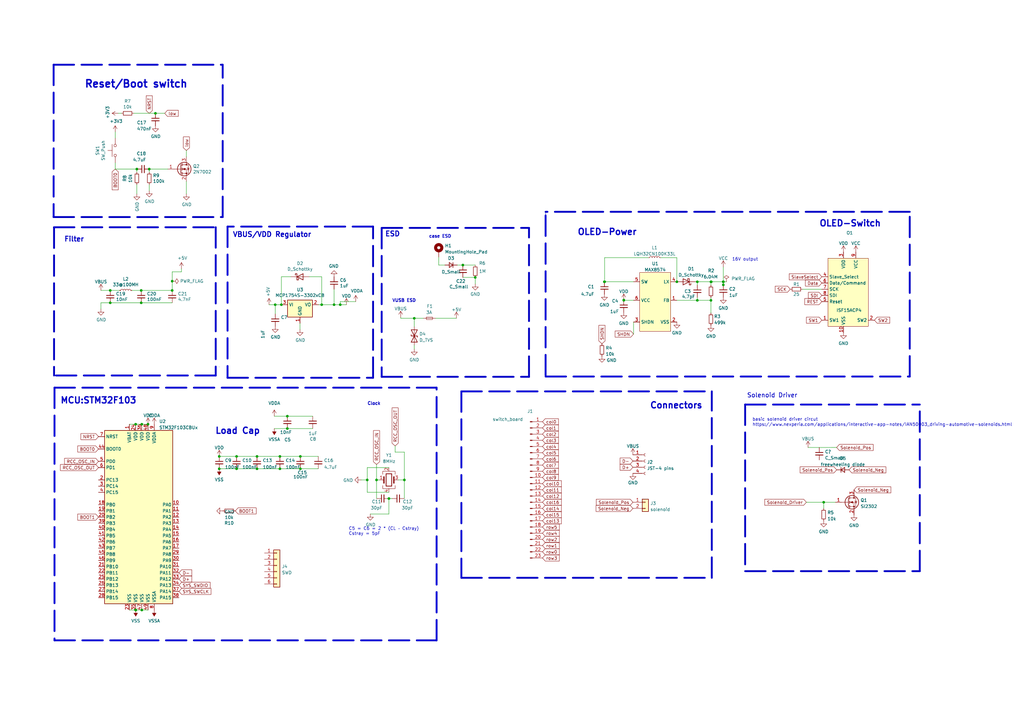
<source format=kicad_sch>
(kicad_sch (version 20211123) (generator eeschema)
  (paper "A3")
  (junction (at 70.612 119.126))
  (junction (at 112.8831 124.9652))
  (junction (at 115.4231 124.9652))
  (junction (at 296.672 115.57))
  (junction (at 255.8429 123.0848))
  (junction (at 63.754 46.482))
  (junction (at 58.166 173.99))
  (junction (at 169.915 130.5532))
  (junction (at 61.214 69.342))
  (junction (at 89.916 192.278))
  (junction (at 189.8451 108.7092))
  (junction (at 247.904 115.57))
  (junction (at 45.212 124.206))
  (junction (at 55.626 173.99))
  (junction (at 165.862 196.85))
  (junction (at 117.856 175.768))
  (junction (at 114.808 187.198))
  (junction (at 154.432 196.85))
  (junction (at 105.41 187.198))
  (junction (at 194.9251 113.7892))
  (junction (at 296.672 116.84))
  (junction (at 60.706 173.99))
  (junction (at 291.726 115.57))
  (junction (at 247.9635 115.57))
  (junction (at 70.612 115.316))
  (junction (at 56.134 69.342))
  (junction (at 131.9331 124.9652))
  (junction (at 150.622 196.85))
  (junction (at 123.19 192.278))
  (junction (at 296.6677 115.57))
  (junction (at 159.512 204.47))
  (junction (at 97.028 192.278))
  (junction (at 291.592 115.57))
  (junction (at 105.41 192.278))
  (junction (at 277.622 115.57))
  (junction (at 114.808 192.278))
  (junction (at 45.212 119.126))
  (junction (at 137.0131 124.9652))
  (junction (at 55.6654 250.19))
  (junction (at 97.028 187.198))
  (junction (at 89.916 187.198))
  (junction (at 117.856 170.688))
  (junction (at 139.5531 124.9652))
  (junction (at 55.626 250.19))
  (junction (at 286.0121 115.57))
  (junction (at 286.0121 123.19))
  (junction (at 337.8235 205.994))
  (junction (at 57.912 119.126))
  (junction (at 123.19 187.198))
  (junction (at 58.166 250.19))
  (junction (at 291.592 123.19))
  (junction (at 57.912 124.206))
  (junction (at 255.8429 123.1232))
  (polyline (pts (xy 22.352 159.004) (xy 179.07 159.004)) (stroke (width 0.762) (type dash)))
  (polyline (pts (xy 22.1279 93.2081) (xy 88.4786 93.2081)) (stroke (width 0.762) (type dash)))
  (polyline (pts (xy 88.4786 154.0046) (xy 22.1696 154.0046)) (stroke (width 0.762) (type dash)))
  (wire (pts (xy 61.214 75.692) (xy 61.214 78.232)))
  (wire (pts (xy 128.27 175.768) (xy 117.856 175.768)))
  (polyline (pts (xy 373.126 154.432) (xy 373.126 86.868)) (stroke (width 0.762)))
  (wire (pts (xy 114.808 187.198) (xy 123.19 187.198)))
  (wire (pts (xy 119.2331 113.5352) (xy 115.4231 113.5352)))
  (wire (pts (xy 76.454 74.422) (xy 76.454 79.502)))
  (polyline (pts (xy 21.9938 89.0297) (xy 91.3358 89.0297)) (stroke (width 0.762)))
  (wire (pts (xy 70.612 124.206) (xy 57.912 124.206)))
  (wire (pts (xy 70.612 115.316) (xy 70.612 111.506)))
  (wire (pts (xy 165.862 196.85) (xy 165.862 204.47)))
  (wire (pts (xy 285.242 115.57) (xy 286.0121 115.57)))
  (wire (pts (xy 89.916 187.198) (xy 97.028 187.198)))
  (wire (pts (xy 105.41 192.278) (xy 97.028 192.278)))
  (polyline (pts (xy 156.5463 154.5464) (xy 216.969 154.5464)) (stroke (width 0.762)))
  (wire (pts (xy 61.214 69.342) (xy 61.214 70.612)))
  (wire (pts (xy 337.8235 205.994) (xy 337.8235 208.534)))
  (polyline (pts (xy 153.0151 92.9388) (xy 93.324 92.9388)) (stroke (width 0.762)))
  (wire (pts (xy 63.754 46.482) (xy 67.564 46.482)))
  (wire (pts (xy 165.862 185.42) (xy 165.862 196.85)))
  (wire (pts (xy 291.726 115.57) (xy 291.592 115.57)))
  (wire (pts (xy 74.422 111.506) (xy 74.422 110.236)))
  (polyline (pts (xy 377.2459 234.2595) (xy 377.2459 165.9335)) (stroke (width 0.762)))
  (polyline (pts (xy 305.6179 165.9335) (xy 305.6179 234.2595)) (stroke (width 0.762)))
  (wire (pts (xy 291.592 123.19) (xy 291.592 128.3674)))
  (wire (pts (xy 189.8451 108.7092) (xy 194.9251 108.7092)))
  (wire (pts (xy 277.622 105.664) (xy 271.018 105.664)))
  (wire (pts (xy 296.6677 115.57) (xy 296.672 115.57)))
  (wire (pts (xy 53.086 173.99) (xy 55.626 173.99)))
  (wire (pts (xy 48.514 46.482) (xy 49.784 46.482)))
  (polyline (pts (xy 189.23 160.528) (xy 291.9376 160.528)) (stroke (width 0.762)))
  (wire (pts (xy 296.6754 109.5144) (xy 296.672 115.57)))
  (wire (pts (xy 114.808 192.278) (xy 123.19 192.278)))
  (wire (pts (xy 76.454 61.722) (xy 76.454 64.262)))
  (wire (pts (xy 259.842 132.08) (xy 259.842 137.0156)))
  (wire (pts (xy 259.842 123.19) (xy 255.8429 123.19)))
  (wire (pts (xy 162.052 185.42) (xy 162.052 182.88)))
  (wire (pts (xy 194.9251 113.7892) (xy 194.9251 116.4329)))
  (polyline (pts (xy 22.352 262.636) (xy 179.07 262.636)) (stroke (width 0.762) (type dash)))
  (wire (pts (xy 296.672 115.57) (xy 297.942 115.57)))
  (polyline (pts (xy 89.969 150.4824) (xy 89.969 150.5001)))
  (polyline (pts (xy 305.6179 165.9335) (xy 377.2459 165.9335)) (stroke (width 0.762)))
  (wire (pts (xy 139.5531 124.9652) (xy 142.0931 124.9652)))
  (wire (pts (xy 61.214 69.342) (xy 68.834 69.342)))
  (wire (pts (xy 45.212 119.126) (xy 49.022 119.126)))
  (wire (pts (xy 178.6691 130.5532) (xy 187.2058 130.5532)))
  (polyline (pts (xy 22.352 159.004) (xy 22.352 262.636)) (stroke (width 0.762) (type dash)))
  (wire (pts (xy 114.808 192.278) (xy 105.41 192.278)))
  (wire (pts (xy 179.9391 105.4072) (xy 179.9391 108.7092)))
  (wire (pts (xy 277.622 105.664) (xy 277.622 115.57)))
  (wire (pts (xy 169.915 130.5532) (xy 164.327 130.5532)))
  (wire (pts (xy 53.086 250.19) (xy 55.626 250.19)))
  (wire (pts (xy 54.864 46.482) (xy 63.754 46.482)))
  (wire (pts (xy 56.134 69.342) (xy 56.134 70.612)))
  (wire (pts (xy 131.9331 113.5352) (xy 126.8531 113.5352)))
  (wire (pts (xy 145.9031 123.6952) (xy 139.5531 123.6952)))
  (wire (pts (xy 255.8429 123.1232) (xy 255.8429 123.0848)))
  (wire (pts (xy 155.702 196.85) (xy 154.432 196.85)))
  (wire (pts (xy 255.8429 123.19) (xy 255.8429 123.1232)))
  (wire (pts (xy 117.856 170.688) (xy 112.5134 170.688)))
  (wire (pts (xy 47.244 66.802) (xy 47.244 69.342)))
  (wire (pts (xy 247.9635 115.57) (xy 247.9635 105.664)))
  (wire (pts (xy 117.856 170.688) (xy 128.27 170.688)))
  (wire (pts (xy 150.622 196.85) (xy 148.082 196.85)))
  (wire (pts (xy 123.0431 132.5852) (xy 123.0431 135.1252)))
  (polyline (pts (xy 291.9376 236.982) (xy 291.9376 160.528)) (stroke (width 0.762)))
  (wire (pts (xy 331.4129 183.5349) (xy 343.154 183.5256)))
  (polyline (pts (xy 223.774 88.392) (xy 223.774 154.432)) (stroke (width 0.762)))
  (wire (pts (xy 277.622 123.19) (xy 286.0121 123.19)))
  (wire (pts (xy 117.856 175.768) (xy 112.5134 175.768)))
  (polyline (pts (xy 189.23 236.982) (xy 291.9376 236.982)) (stroke (width 0.762)))
  (wire (pts (xy 137.0131 124.9652) (xy 131.9331 124.9652)))
  (wire (pts (xy 123.19 192.278) (xy 130.556 192.278)))
  (wire (pts (xy 137.0131 124.9652) (xy 139.5531 124.9652)))
  (wire (pts (xy 247.9635 105.664) (xy 265.938 105.664)))
  (wire (pts (xy 165.862 185.42) (xy 162.052 185.42)))
  (wire (pts (xy 58.166 250.19) (xy 60.706 250.19)))
  (wire (pts (xy 189.8451 113.7892) (xy 194.9251 113.7892)))
  (wire (pts (xy 150.622 196.85) (xy 150.622 201.93)))
  (wire (pts (xy 164.327 130.5532) (xy 164.327 130.1726)))
  (wire (pts (xy 45.212 124.206) (xy 41.402 124.206)))
  (wire (pts (xy 296.6677 116.84) (xy 296.672 116.84)))
  (polyline (pts (xy 153.0151 154.9372) (xy 153.0151 92.9388)) (stroke (width 0.762)))
  (wire (pts (xy 291.592 122.033) (xy 291.592 123.19)))
  (polyline (pts (xy 91.3358 89.0297) (xy 91.3358 26.5457)) (stroke (width 0.762)))
  (wire (pts (xy 329.184 118.618) (xy 337.058 118.618)))
  (wire (pts (xy 247.904 115.57) (xy 247.9635 115.57)))
  (wire (pts (xy 70.612 119.126) (xy 70.612 115.316)))
  (wire (pts (xy 154.432 196.85) (xy 154.432 190.5)))
  (wire (pts (xy 57.912 119.126) (xy 70.612 119.126)))
  (wire (pts (xy 286.0121 115.57) (xy 291.592 115.57)))
  (wire (pts (xy 187.5591 108.7092) (xy 189.8451 108.7092)))
  (polyline (pts (xy 156.5711 93.4692) (xy 216.969 93.4692)) (stroke (width 0.762)))
  (wire (pts (xy 47.244 69.342) (xy 56.134 69.342)))
  (wire (pts (xy 139.5531 123.6952) (xy 139.5531 124.9652)))
  (polyline (pts (xy 93.3251 154.9372) (xy 153.0151 154.9372)) (stroke (width 0.762)))
  (wire (pts (xy 55.626 250.19) (xy 55.6654 250.19)))
  (wire (pts (xy 330.7254 205.994) (xy 337.8235 205.994)))
  (wire (pts (xy 337.8235 205.994) (xy 342.646 205.994)))
  (wire (pts (xy 47.244 54.102) (xy 47.244 56.642)))
  (wire (pts (xy 57.912 124.206) (xy 45.212 124.206)))
  (wire (pts (xy 130.6631 124.9652) (xy 131.9331 124.9652)))
  (wire (pts (xy 286.0121 121.9903) (xy 286.0121 123.19)))
  (wire (pts (xy 54.102 119.126) (xy 57.912 119.126)))
  (polyline (pts (xy 21.9938 26.5457) (xy 91.3358 26.5457)) (stroke (width 0.762)))
  (polyline (pts (xy 373.126 86.868) (xy 223.7816 86.868)) (stroke (width 0.762)))
  (wire (pts (xy 150.622 191.77) (xy 150.622 196.85)))
  (polyline (pts (xy 93.3251 92.9612) (xy 93.3251 154.9372)) (stroke (width 0.762)))
  (wire (pts (xy 55.6654 250.19) (xy 58.166 250.19)))
  (wire (pts (xy 159.512 210.82) (xy 159.512 204.47)))
  (wire (pts (xy 55.626 173.99) (xy 58.166 173.99)))
  (wire (pts (xy 56.134 75.692) (xy 56.134 79.502)))
  (wire (pts (xy 291.726 115.57) (xy 296.6677 115.57)))
  (wire (pts (xy 70.612 111.506) (xy 74.422 111.506)))
  (polyline (pts (xy 179.07 262.636) (xy 179.07 159.004)) (stroke (width 0.762) (type dash)))
  (wire (pts (xy 41.402 119.126) (xy 45.212 119.126)))
  (wire (pts (xy 123.19 187.198) (xy 130.556 187.198)))
  (polyline (pts (xy 156.5463 93.518) (xy 156.5463 154.5464)) (stroke (width 0.762)))
  (wire (pts (xy 105.41 187.198) (xy 114.808 187.198)))
  (polyline (pts (xy 189.23 160.528) (xy 189.23 236.982)) (stroke (width 0.762)))
  (wire (pts (xy 58.166 173.99) (xy 60.706 173.99)))
  (wire (pts (xy 41.402 124.206) (xy 41.402 126.746)))
  (wire (pts (xy 173.5891 130.5532) (xy 169.915 130.5532)))
  (wire (pts (xy 112.8831 124.9652) (xy 112.8831 128.7752)))
  (wire (pts (xy 150.622 201.93) (xy 159.512 201.93)))
  (wire (pts (xy 131.9331 124.9652) (xy 131.9331 113.5352)))
  (polyline (pts (xy 216.969 154.5464) (xy 216.969 93.4692)) (stroke (width 0.762)))
  (wire (pts (xy 97.028 192.278) (xy 89.916 192.278)))
  (wire (pts (xy 159.512 204.47) (xy 160.782 204.47)))
  (wire (pts (xy 159.512 191.77) (xy 150.622 191.77)))
  (wire (pts (xy 115.4231 113.5352) (xy 115.4231 124.9652)))
  (wire (pts (xy 179.9391 108.7092) (xy 182.4791 108.7092)))
  (polyline (pts (xy 21.9938 26.5457) (xy 21.9938 89.0297)) (stroke (width 0.762)))
  (wire (pts (xy 286.0121 116.9103) (xy 286.0121 115.57)))
  (wire (pts (xy 296.6677 115.57) (xy 296.6677 116.84)))
  (wire (pts (xy 163.322 196.85) (xy 165.862 196.85)))
  (wire (pts (xy 97.028 187.198) (xy 105.41 187.198)))
  (polyline (pts (xy 305.6179 234.2595) (xy 377.2459 234.2595)) (stroke (width 0.762)))
  (polyline (pts (xy 223.7816 86.868) (xy 223.7816 88.404)))
  (wire (pts (xy 286.0121 123.19) (xy 291.592 123.19)))
  (wire (pts (xy 110.3431 124.9652) (xy 112.8831 124.9652)))
  (wire (pts (xy 154.432 204.47) (xy 154.432 196.85)))
  (wire (pts (xy 247.9635 115.57) (xy 259.842 115.57)))
  (polyline (pts (xy 88.4786 93.2081) (xy 88.4786 154.0046)) (stroke (width 0.762) (type dash)))
  (wire (pts (xy 151.892 210.82) (xy 159.512 210.82)))
  (polyline (pts (xy 223.774 154.432) (xy 373.126 154.432)) (stroke (width 0.762)))
  (wire (pts (xy 291.592 115.57) (xy 291.592 116.953)))
  (wire (pts (xy 169.915 141.6026) (xy 169.915 143.1266)))
  (wire (pts (xy 137.0131 118.6152) (xy 137.0131 124.9652)))
  (wire (pts (xy 169.915 130.5532) (xy 169.915 133.9826)))
  (wire (pts (xy 112.8831 124.9652) (xy 115.4231 124.9652)))
  (polyline (pts (xy 22.1696 93.3152) (xy 22.1696 154.0046)) (stroke (width 0.762) (type dash)))
  (text "ESD" (at 157.8411 97.2792 0) (effects (font (size 2.032 2.032) (thickness 0.4064) bold) (justify left bottom)))
  (text "OLED-Switch" (at 335.9163 93.2481 0) (effects (font (size 2.54 2.54) (thickness 0.508) bold) (justify left bottom)))
  (text "VBUS/VDD Regulator" (at 95.3571 97.5332 0) (effects (font (size 2.032 2.032) (thickness 0.4064) bold) (justify left bottom)))
  (text "case ESD" (at 175.8751 97.7872 0) (effects (font (size 1.27 1.27) (thickness 0.254) bold) (justify left bottom)))
  (text "Reset/Boot switch" (at 34.544 36.322 0) (effects (font (size 2.9972 2.9972) (thickness 0.5994) bold) (justify left bottom)))
  (text "C5 = C6 = 2 * (CL – Cstray)\nCstray = 5pF" (at 143.002 219.71 0) (effects (font (size 1.27 1.27)) (justify left bottom)))
  (text "basic solenoid driver circut" (at 308.5529 172.8669 0) (effects (font (size 1.27 1.27)) (justify left bottom)))
  (text "Solenoid Driver" (at 306.324 163.322 0) (effects (font (size 1.778 1.778) (thickness 0.254) bold) (justify left bottom)))
  (text "VUSB ESD" (at 160.8204 124.1368 0) (effects (font (size 1.27 1.27) (thickness 0.254) bold) (justify left bottom)))
  (text "Filter" (at 26.2336 99.4112 0) (effects (font (size 2.0066 2.0066) (thickness 0.4013) bold) (justify left bottom)))
  (text "MCU:STM32F103" (at 24.638 165.862 0) (effects (font (size 2.54 2.54) (thickness 0.508) bold) (justify left bottom)))
  (text "https://www.nexperia.com/applications/interactive-app-notes/IAN50003_driving-automotive-solenoids.html" (at 308.61 175.006 0) (effects (font (size 1.27 1.27)) (justify left bottom)))
  (text "Clock" (at 150.622 166.37 0) (effects (font (size 1.27 1.27) (thickness 0.254) bold) (justify left bottom)))
  (text "Connectors" (at 266.446 167.894 0) (effects (font (size 2.54 2.54) (thickness 0.508) bold) (justify left bottom)))
  (text "OLED-Power" (at 236.728 96.774 0) (effects (font (size 2.54 2.54) (thickness 0.508) bold) (justify left bottom)))
  (text "16V output\n" (at 300.228 107.188 0) (effects (font (size 1.27 1.27)) (justify left bottom)))
  (text "Load Cap\n" (at 88.138 178.308 0) (effects (font (size 2.54 2.54) (thickness 0.508) bold) (justify left bottom)))
  (global_label "col11" (shape input) (at 222.504 200.914 0) (property "Intersheet References" "${INTERSHEET_REFS}" (effects hide)))
  (global_label "col4" (shape input) (at 222.504 183.134 0) (property "Intersheet References" "${INTERSHEET_REFS}" (effects hide)))
  (global_label "row2" (shape input) (at 222.504 221.234 0) (property "Intersheet References" "${INTERSHEET_REFS}" (effects hide)))
  (global_label "BOOT1" (shape input) (at 96.52 209.55 0) (property "Intersheet References" "${INTERSHEET_REFS}" (effects hide)))
  (global_label "RCC_OSC_OUT" (shape input) (at 40.386 191.77 180) (property "Intersheet References" "${INTERSHEET_REFS}" (effects hide)))
  (global_label "SCK" (shape input) (at 324.104 118.618 180) (property "Intersheet References" "${INTERSHEET_REFS}" (effects hide)))
  (global_label "row5" (shape input) (at 222.504 216.154 0) (property "Intersheet References" "${INTERSHEET_REFS}" (effects hide)))
  (global_label "RCC_OSC_OUT" (shape input) (at 162.052 182.88 90) (property "Intersheet References" "${INTERSHEET_REFS}" (effects hide)))
  (global_label "Solenoid_Driver" (shape input) (at 330.7254 205.994 180) (property "Intersheet References" "${INTERSHEET_REFS}" (effects hide)))
  (global_label "row3" (shape input) (at 222.504 228.854 0) (property "Intersheet References" "${INTERSHEET_REFS}" (effects hide)))
  (global_label "col6" (shape input) (at 222.504 188.214 0) (property "Intersheet References" "${INTERSHEET_REFS}" (effects hide)))
  (global_label "SYS_SWCLK" (shape input) (at 73.406 242.57 0) (property "Intersheet References" "${INTERSHEET_REFS}" (effects hide)))
  (global_label "RCC_OSC_IN" (shape input) (at 154.432 190.5 90) (property "Intersheet References" "${INTERSHEET_REFS}" (effects hide)))
  (global_label "col10" (shape input) (at 222.504 198.374 0) (property "Intersheet References" "${INTERSHEET_REFS}" (effects hide)))
  (global_label "low" (shape input) (at 76.454 61.722 90) (property "Intersheet References" "${INTERSHEET_REFS}" (effects hide)))
  (global_label "REST" (shape input) (at 337.058 123.698 180) (property "Intersheet References" "${INTERSHEET_REFS}" (effects hide)))
  (global_label "col3" (shape input) (at 222.504 180.594 0) (property "Intersheet References" "${INTERSHEET_REFS}" (effects hide)))
  (global_label "SHDN" (shape input) (at 246.888 140.97 90) (property "Intersheet References" "${INTERSHEET_REFS}" (effects hide)))
  (global_label "col14" (shape input) (at 222.504 208.534 0) (property "Intersheet References" "${INTERSHEET_REFS}" (effects hide)))
  (global_label "SW2" (shape input) (at 358.648 131.318 0) (property "Intersheet References" "${INTERSHEET_REFS}" (effects hide)))
  (global_label "Data" (shape input) (at 337.058 116.078 180) (property "Intersheet References" "${INTERSHEET_REFS}" (effects hide)))
  (global_label "row1" (shape input) (at 222.504 223.774 0) (property "Intersheet References" "${INTERSHEET_REFS}" (effects hide)))
  (global_label "col15" (shape input) (at 222.504 211.074 0) (property "Intersheet References" "${INTERSHEET_REFS}" (effects hide)))
  (global_label "BOOT1" (shape input) (at 40.386 212.09 180) (property "Intersheet References" "${INTERSHEET_REFS}" (effects hide)))
  (global_label "col5" (shape input) (at 222.504 185.674 0) (property "Intersheet References" "${INTERSHEET_REFS}" (effects hide)))
  (global_label "SDI" (shape input) (at 337.058 121.158 180) (property "Intersheet References" "${INTERSHEET_REFS}" (effects hide)))
  (global_label "Solenoid_Pos" (shape input) (at 343.154 192.7158 180) (property "Intersheet References" "${INTERSHEET_REFS}" (effects hide)))
  (global_label "col0" (shape input) (at 222.504 172.974 0) (property "Intersheet References" "${INTERSHEET_REFS}" (effects hide)))
  (global_label "row4" (shape input) (at 222.504 218.694 0) (property "Intersheet References" "${INTERSHEET_REFS}" (effects hide)))
  (global_label "col8" (shape input) (at 222.504 193.294 0) (property "Intersheet References" "${INTERSHEET_REFS}" (effects hide)))
  (global_label "SHDN" (shape input) (at 259.842 137.0156 180) (property "Intersheet References" "${INTERSHEET_REFS}" (effects hide)))
  (global_label "SlaveSelect" (shape input) (at 337.058 113.538 180) (property "Intersheet References" "${INTERSHEET_REFS}" (effects hide)))
  (global_label "BOOT0" (shape input) (at 40.386 184.15 180) (property "Intersheet References" "${INTERSHEET_REFS}" (effects hide)))
  (global_label "NRST" (shape input) (at 40.386 179.07 180) (property "Intersheet References" "${INTERSHEET_REFS}" (effects hide)))
  (global_label "BOOT0" (shape input) (at 47.244 69.342 270) (property "Intersheet References" "${INTERSHEET_REFS}" (effects hide)))
  (global_label "col12" (shape input) (at 222.504 203.454 0) (property "Intersheet References" "${INTERSHEET_REFS}" (effects hide)))
  (global_label "NRST" (shape input) (at 61.214 46.482 90) (property "Intersheet References" "${INTERSHEET_REFS}" (effects hide)))
  (global_label "low" (shape input) (at 67.564 46.482 0) (property "Intersheet References" "${INTERSHEET_REFS}" (effects hide)))
  (global_label "col9" (shape input) (at 222.504 195.834 0) (property "Intersheet References" "${INTERSHEET_REFS}" (effects hide)))
  (global_label "Solenoid_Neg" (shape input) (at 259.588 208.534 180) (property "Intersheet References" "${INTERSHEET_REFS}" (effects hide)))
  (global_label "Solenoid_Pos" (shape input) (at 259.588 205.994 180) (property "Intersheet References" "${INTERSHEET_REFS}" (effects hide)))
  (global_label "D+" (shape input) (at 73.406 237.49 0) (property "Intersheet References" "${INTERSHEET_REFS}" (effects hide)))
  (global_label "col7" (shape input) (at 222.504 190.754 0) (property "Intersheet References" "${INTERSHEET_REFS}" (effects hide)))
  (global_label "col16" (shape input) (at 222.504 205.994 0) (property "Intersheet References" "${INTERSHEET_REFS}" (effects hide)))
  (global_label "Solenoid_Neg" (shape input) (at 348.234 192.7158 0) (property "Intersheet References" "${INTERSHEET_REFS}" (effects hide)))
  (global_label "col1" (shape input) (at 222.504 175.514 0) (property "Intersheet References" "${INTERSHEET_REFS}" (effects hide)))
  (global_label "col13" (shape input) (at 222.504 213.614 0) (property "Intersheet References" "${INTERSHEET_REFS}" (effects hide)))
  (global_label "Solenoid_Pos" (shape input) (at 343.154 183.5256 0) (property "Intersheet References" "${INTERSHEET_REFS}" (effects hide)))
  (global_label "D+" (shape input) (at 259.588 191.6339 180) (property "Intersheet References" "${INTERSHEET_REFS}" (effects hide)))
  (global_label "Solenoid_Neg" (shape input) (at 350.266 200.914 0) (property "Intersheet References" "${INTERSHEET_REFS}" (effects hide)))
  (global_label "col2" (shape input) (at 222.504 178.054 0) (property "Intersheet References" "${INTERSHEET_REFS}" (effects hide)))
  (global_label "RCC_OSC_IN" (shape input) (at 40.386 189.23 180) (property "Intersheet References" "${INTERSHEET_REFS}" (effects hide)))
  (global_label "D-" (shape input) (at 259.588 189.0939 180) (property "Intersheet References" "${INTERSHEET_REFS}" (effects hide)))
  (global_label "SYS_SWDIO" (shape input) (at 73.406 240.03 0) (property "Intersheet References" "${INTERSHEET_REFS}" (effects hide)))
  (global_label "D-" (shape input) (at 73.406 234.95 0) (property "Intersheet References" "${INTERSHEET_REFS}" (effects hide)))
  (global_label "SW1" (shape input) (at 337.058 131.318 180) (property "Intersheet References" "${INTERSHEET_REFS}" (effects hide)))
  (global_label "row0" (shape input) (at 222.504 226.314 0) (property "Intersheet References" "${INTERSHEET_REFS}" (effects hide)))
  (symbol (lib_id "power:VDDA") (at 145.9031 123.6952 0) (unit 1)
    (property "Reference" "#PWR017" (effects hide))
    (property "Value" "VDDA" (at 146.3349 119.301 0))
  )
  (symbol (lib_id "power:VDD") (at 60.706 173.99 0) (unit 1)
    (property "Reference" "#PWR013" (effects hide))
    (property "Value" "VDD" (at 60.706 170.4142 0))
  )
  (symbol (lib_id "Device:R_Small") (at 52.324 46.482 270) (unit 1)
    (property "Reference" "R7" (at 52.324 41.5036 90))
    (property "Value" "10k" (at 52.324 43.815 90))
    (property "Footprint" "Resistor_SMD:R_0402_1005Metric" (effects hide))
    (property "Manufactor" "TyoHM" (effects hide))
  )
  (symbol (lib_id "Device:C_Small") (at 117.856 173.228 0) (unit 1)
    (property "Reference" "C5" (at 116.586 180.34 0) (effects (justify left)))
    (property "Value" "10nF" (at 114.808 177.292 0) (effects (justify left)))
    (property "Footprint" "Capacitor_SMD:C_0402_1005Metric" (effects hide))
    (property "Manufactor" "Vishay Intertech" (effects hide))
  )
  (symbol (lib_id "Device:C_Small") (at 128.27 173.228 0) (unit 1)
    (property "Reference" "C8" (at 127 180.086 0) (effects (justify left)))
    (property "Value" "1uF" (at 126.492 177.8 0) (effects (justify left)))
    (property "Footprint" "Capacitor_SMD:C_0402_1005Metric" (effects hide))
    (property "Package" "C0402" (effects hide))
  )
  (symbol (lib_id "Device:C_Small") (at 57.912 121.666 0) (unit 1)
    (property "Reference" "C20" (at 60.2488 120.4976 0) (effects (justify left)))
    (property "Value" "100nF" (at 60.2488 122.809 0) (effects (justify left)))
    (property "Footprint" "Capacitor_SMD:C_0402_1005Metric" (effects hide))
    (property "Manufactor" "Vishay Intertech" (effects hide))
  )
  (symbol (lib_id "Device:R_Small") (at 337.8235 211.074 180) (unit 1)
    (property "Reference" "R5" (at 339.3221 210.2393 0) (effects (justify right)))
    (property "Value" "10k" (at 339.3221 212.7762 0) (effects (justify right)))
  )
  (symbol (lib_id "Device:D_Small") (at 345.694 192.7158 0) (unit 1)
    (property "Reference" "D5" (at 345.694 188 0))
    (property "Value" "freewheeling diode" (at 345.694 190.5369 0))
  )
  (symbol (lib_id "Device:R_Small") (at 56.134 73.152 180) (unit 1)
    (property "Reference" "R8" (at 51.1556 73.152 90))
    (property "Value" "10k" (at 53.467 73.152 90))
    (property "Footprint" "Resistor_SMD:R_0402_1005Metric" (effects hide))
    (property "Manufactor" "TyoHM" (effects hide))
  )
  (symbol (lib_id "oled-switch:MAX8574") (at 268.732 123.19 0) (unit 1)
    (property "Reference" "U1" (at 268.732 108.111 0))
    (property "Value" "MAX8574" (at 268.732 110.6479 0))
    (property "Footprint" "Package_TO_SOT_SMD:SOT-23-6" (effects hide))
    (property "Datasheet" "https://pdf1.alldatasheet.com/datasheet-pdf/view/90627/MAXIM/MAX8574.html" (effects hide))
    (property "suggestion" "C, SOT-23-6, LCD STEP-UP DC-DC CONVERTER, 500mA, 2.7V TO 5.5V " (effects hide))
    (property "PART_ID" "MAX8574EUT+T" (effects hide))
  )
  (symbol (lib_id "power:VSSA") (at 112.5134 175.768 180) (unit 1)
    (property "Reference" "#PWR029" (effects hide))
    (property "Value" "VSSA" (at 112.5134 180.2114 0))
  )
  (symbol (lib_id "Device:C_Small") (at 336.0221 186.1065 0) (unit 1)
    (property "Reference" "C?" (at 338.3462 185.2781 0) (effects (justify left)))
    (property "Value" "C_Small" (at 338.3462 187.815 0) (effects (justify left)))
  )
  (symbol (lib_id "Device:C_Small") (at 286.0121 119.4503 0) (unit 1)
    (property "Reference" "C3" (at 280.6736 119.4841 0) (effects (justify left)))
    (property "Value" "4.7pF" (at 279.654 121.666 0) (effects (justify left)))
    (property "Footprint" "Capacitor_SMD:C_0603_1608Metric" (effects hide))
    (property "suggestion" "4.7pF, SM0805, 50V, COG " (effects hide))
    (property "PART_ID" "0603CG4R7C500NT" (effects hide))
  )
  (symbol (lib_id "Device:D_Schottky") (at 123.0431 113.5352 0) (unit 1)
    (property "Reference" "D2" (at 123.0431 108.0488 0))
    (property "Value" "D_Schottky" (at 123.0431 110.3602 0))
    (property "Footprint" "Diode_SMD:D_SMA" (effects hide))
    (property "Manufactor" "JSMSEMI" (effects hide))
    (property "Part#" "SS14" (effects hide))
  )
  (symbol (lib_id "Device:C_Small") (at 112.8831 131.3152 0) (unit 1)
    (property "Reference" "C7" (at 115.2199 130.1468 0) (effects (justify left)))
    (property "Value" "1uF" (at 107.8031 138.9352 90) (effects (justify left)))
    (property "Footprint" "Capacitors_SMD:C_0402_1005Metric" (effects hide))
    (property "Part#" "EMK105BJ105KV-F" (effects hide))
    (property "Manufactor" "Taiyo Yuden" (effects hide))
  )
  (symbol (lib_id "Device:C_Small") (at 45.212 121.666 0) (unit 1)
    (property "Reference" "C19" (at 47.5488 120.4976 0) (effects (justify left)))
    (property "Value" "10nF" (at 47.5488 122.809 0) (effects (justify left)))
    (property "Footprint" "Capacitor_SMD:C_0402_1005Metric" (effects hide))
    (property "Manufactor" "CCTC" (effects hide))
  )
  (symbol (lib_id "power:GND") (at 63.754 51.562 0) (unit 1)
    (property "Reference" "#PWR035" (effects hide))
    (property "Value" "GND" (at 63.881 55.9562 0))
  )
  (symbol (lib_id "power:+5V") (at 74.422 110.236 0) (unit 1)
    (property "Reference" "#PWR043" (effects hide))
    (property "Value" "+5V" (at 74.803 105.8418 0))
  )
  (symbol (lib_id "power:GND") (at 246.888 146.05 0) (unit 1)
    (property "Reference" "#PWR011" (effects hide))
    (property "Value" "GND" (at 248.793 147.7538 0) (effects (justify left)))
  )
  (symbol (lib_id "power:GND") (at 151.892 210.82 0) (unit 1)
    (property "Reference" "#PWR028" (effects hide))
    (property "Value" "GND" (at 152.019 215.2142 0))
  )
  (symbol (lib_id "power:GND") (at 247.904 120.65 0) (unit 1)
    (property "Reference" "#PWR04" (effects hide))
    (property "Value" "GND" (at 247.904 125.0934 0))
  )
  (symbol (lib_id "Device:C_Small") (at 105.41 189.738 0) (unit 1)
    (property "Reference" "C13" (at 107.7341 188.8358 0) (effects (justify left)))
    (property "Value" "100nF" (at 107.7341 191.6109 0) (effects (justify left)))
    (property "Footprint" "Capacitor_SMD:C_0402_1005Metric" (effects hide))
    (property "Manufactor" "Vishay Intertech" (effects hide))
  )
  (symbol (lib_id "Device:D_TVS") (at 169.915 137.7926 90) (unit 1)
    (property "Reference" "D4" (at 171.947 136.9579 90) (effects (justify right)))
    (property "Value" "D_TVS" (at 171.947 139.4948 90) (effects (justify right)))
  )
  (symbol (lib_id "MCU_ST_STM32F1:STM32F103CBUx") (at 58.166 212.09 0) (unit 1)
    (property "Reference" "U2" (at 65.2654 172.8302 0) (effects (justify left)))
    (property "Value" "STM32F103CBUx" (at 65.2654 175.3671 0) (effects (justify left)))
    (property "Footprint" "Package_DFN_QFN:QFN-48-1EP_7x7mm_P0.5mm_EP5.6x5.6mm" (effects hide))
    (property "Datasheet" "http://www.st.com/st-web-ui/static/active/en/resource/technical/document/datasheet/CD00161566.pdf" (effects hide))
  )
  (symbol (lib_id "power:VBUS") (at 331.4129 183.5349 0) (unit 1)
    (property "Reference" "#PWR?" (effects hide))
    (property "Value" "VBUS" (at 331.4129 179.9591 0))
  )
  (symbol (lib_id "power:VBUS") (at 259.588 186.5539 0) (unit 1)
    (property "Reference" "#PWR022" (effects hide))
    (property "Value" "VBUS" (at 259.588 182.9781 0))
  )
  (symbol (lib_id "Transistor_FET:2N7002") (at 73.914 69.342 0) (unit 1)
    (property "Reference" "Q2" (at 79.1464 68.1736 0) (effects (justify left)))
    (property "Value" "2N7002" (at 79.1464 70.485 0) (effects (justify left)))
    (property "Footprint" "Package_TO_SOT_SMD:SOT-23" (effects hide))
    (property "Datasheet" "https://www.fairchildsemi.com/datasheets/2N/2N7002.pdf" (effects hide))
    (property "Part#" "2N7002" (effects hide))
  )
  (symbol (lib_id "Device:Q_NMOS_GSD") (at 347.726 205.994 0) (unit 1)
    (property "Reference" "Q1" (at 352.933 205.1593 0) (effects (justify left)))
    (property "Value" "SI2302" (at 352.933 207.6962 0) (effects (justify left)))
    (property "Datasheet" "https://datasheet.lcsc.com/lcsc/2109011130_YONGYUTAI-SI2302_C2891732.pdf" (effects hide))
  )
  (symbol (lib_id "power:GND") (at 345.948 136.398 0) (unit 1)
    (property "Reference" "#PWR010" (effects hide))
    (property "Value" "GND" (at 345.948 140.8414 0))
  )
  (symbol (lib_id "power:GND") (at 194.9251 116.4329 0) (unit 1)
    (property "Reference" "#PWR0101" (effects hide))
    (property "Value" "GND" (at 194.9251 120.6472 0))
  )
  (symbol (lib_id "power:GND") (at 56.134 79.502 0) (unit 1)
    (property "Reference" "#PWR038" (effects hide))
    (property "Value" "GND" (at 56.261 82.7532 90) (effects (justify right)))
  )
  (symbol (lib_id "Device:C_Small") (at 70.612 121.666 0) (unit 1)
    (property "Reference" "C21" (at 72.9488 120.4976 0) (effects (justify left)))
    (property "Value" "4.7nF" (at 72.9488 122.809 0) (effects (justify left)))
    (property "Footprint" "Capacitor_SMD:C_0402_1005Metric" (effects hide))
    (property "Manufactor" "Taiyo Yuden" (effects hide))
  )
  (symbol (lib_id "Device:R_Small") (at 246.888 143.51 180) (unit 1)
    (property "Reference" "R4" (at 248.3866 142.6753 0) (effects (justify right)))
    (property "Value" "10k" (at 248.3866 145.2122 0) (effects (justify right)))
    (property "Footprint" "Resistor_SMD:R_0603_1608Metric" (effects hide))
    (property "PART_ID" "RC0603JR-0710KL" (effects hide))
  )
  (symbol (lib_id "power:VSS") (at 55.6654 250.19 180) (unit 1)
    (property "Reference" "#PWR041" (effects hide))
    (property "Value" "VSS" (at 55.6654 254.6334 0))
  )
  (symbol (lib_id "power:GND") (at 76.454 79.502 0) (unit 1)
    (property "Reference" "#PWR039" (effects hide))
    (property "Value" "GND" (at 76.581 83.8962 0))
  )
  (symbol (lib_id "Device:C_Small") (at 296.672 119.38 0) (unit 1)
    (property "Reference" "C2" (at 298.9961 118.5516 0) (effects (justify left)))
    (property "Value" "1uF" (at 298.9961 121.0885 0) (effects (justify left)))
    (property "Footprint" "Capacitor_SMD:C_0603_1608Metric" (effects hide))
    (property "suggestion" "1uF, SM0805, 25V, X7R" (effects hide))
    (property "PART_ID" "CS1608X7R105K250NRB" (effects hide))
  )
  (symbol (lib_id "power:+5V") (at 187.2058 130.5532 0) (unit 1)
    (property "Reference" "#PWR033" (effects hide))
    (property "Value" "+5V" (at 187.2058 126.9774 0))
  )
  (symbol (lib_id "Device:C_Small") (at 58.674 69.342 90) (unit 1)
    (property "Reference" "C18" (at 59.944 62.992 90) (effects (justify left)))
    (property "Value" "4.7uF" (at 59.944 65.532 90) (effects (justify left)))
    (property "Footprint" "Capacitor_SMD:C_0402_1005Metric" (effects hide))
    (property "Manufactor" "Taiyo Yuden" (effects hide))
  )
  (symbol (lib_id "power:PWR_FLAG") (at 70.612 115.316 270) (unit 1)
    (property "Reference" "#FLG02" (effects hide))
    (property "Value" "PWR_FLAG" (at 73.8378 115.316 90) (effects (justify left)))
  )
  (symbol (lib_id "power:VSS") (at 89.916 192.278 180) (unit 1)
    (property "Reference" "#PWR031" (effects hide))
    (property "Value" "VSS" (at 89.916 196.7214 0))
  )
  (symbol (lib_id "Device:L_Small") (at 51.562 119.126 90) (unit 1)
    (property "Reference" "L2" (at 51.562 114.427 90))
    (property "Value" "33@100MH" (at 51.562 116.7384 90))
    (property "Footprint" "Inductor_SMD:L_0402_1005Metric" (effects hide))
    (property "Manufactor" "FH(Guangdong Fenghua Advanced Tech)" (effects hide))
    (property "Part#" "CBG100505U330T" (effects hide))
  )
  (symbol (lib_id "power:GND") (at 291.592 133.4474 0) (unit 1)
    (property "Reference" "#PWR09" (effects hide))
    (property "Value" "GND" (at 291.592 137.8908 0))
  )
  (symbol (lib_id "power:GND") (at 112.8831 133.8552 0) (unit 1)
    (property "Reference" "#PWR020" (effects hide))
    (property "Value" "GND" (at 113.0101 138.2494 0))
  )
  (symbol (lib_id "power:GND") (at 337.8235 213.614 0) (unit 1)
    (property "Reference" "#PWR015" (effects hide))
    (property "Value" "GND" (at 337.8235 218.0574 0))
  )
  (symbol (lib_id "Device:Crystal_GND24") (at 159.512 196.85 0) (unit 1)
    (property "Reference" "Y1" (at 158.242 186.69 0) (effects (justify left)))
    (property "Value" "8MHz" (at 156.972 189.23 0) (effects (justify left)))
    (property "Footprint" "Crystal:Crystal_SMD_3225-4Pin_3.2x2.5mm" (effects hide))
    (property "Manufactor" "ECEC" (effects hide))
    (property "Part#" "M0800PJ014" (effects hide))
  )
  (symbol (lib_id "Device:R_Small") (at 291.592 119.493 180) (unit 1)
    (property "Reference" "R2" (at 290.322 110.998 0) (effects (justify right)))
    (property "Value" "6.04M" (at 288.544 113.538 0) (effects (justify right)))
    (property "Footprint" "Resistor_SMD:R_0805_2012Metric" (effects hide))
    (property "suggestion" "RESISTOR, 6.04M, SM0805, 1/8W, 1% " (effects hide))
    (property "PART_ID" "RC0805FR-076M04L" (effects hide))
  )
  (symbol (lib_id "power:GND") (at 255.8429 128.1648 0) (unit 1)
    (property "Reference" "#PWR07" (effects hide))
    (property "Value" "GND" (at 255.8429 132.6082 0))
  )
  (symbol (lib_id "power:VDD") (at 89.916 187.198 0) (unit 1)
    (property "Reference" "#PWR030" (effects hide))
    (property "Value" "VDD" (at 89.916 183.6222 0))
  )
  (symbol (lib_id "Device:C_Small") (at 255.8429 125.6248 0) (unit 1)
    (property "Reference" "C4" (at 250.952 123.444 0) (effects (justify left)))
    (property "Value" "1uF" (at 250.19 127.762 0) (effects (justify left)))
    (property "Footprint" "Capacitor_SMD:C_0603_1608Metric" (effects hide))
    (property "suggestion" "1uF, SM0805, 16V, X7R " (effects hide))
    (property "PART_ID" "CS1608X7R105K250NRB" (effects hide))
  )
  (symbol (lib_id "Device:C_Small") (at 163.322 204.47 90) (unit 1)
    (property "Reference" "C12" (at 167.132 205.74 90))
    (property "Value" "30pF" (at 167.132 208.28 90))
    (property "Footprint" "Capacitors_SMD:C_0402_1005Metric" (effects hide))
    (property "Manufactor" "Murata Electronics" (effects hide))
    (property "Part#" "GCM1555C1H300JA16D" (effects hide))
  )
  (symbol (lib_id "power:GND") (at 350.266 211.074 0) (unit 1)
    (property "Reference" "#PWR014" (effects hide))
    (property "Value" "GND" (at 350.266 215.5174 0))
  )
  (symbol (lib_id "power:PWR_FLAG") (at 297.942 115.57 0) (unit 1)
    (property "Reference" "#FLG01" (effects hide))
    (property "Value" "PWR_FLAG" (at 304.8 114.3 0))
  )
  (symbol (lib_id "Connector:Conn_01x04_Female") (at 264.668 189.0939 0) (unit 1)
    (property "Reference" "J2" (at 265.3792 189.5292 0) (effects (justify left)))
    (property "Value" "JST-4 pins" (at 265.3792 192.0661 0) (effects (justify left)))
  )
  (symbol (lib_id "power:VDD") (at 345.948 103.378 0) (unit 1)
    (property "Reference" "#PWR01" (effects hide))
    (property "Value" "VDD" (at 345.948 99.8022 0))
  )
  (symbol (lib_id "Device:C_Small") (at 123.19 189.738 0) (unit 1)
    (property "Reference" "C15" (at 122.0429 193.8039 0) (effects (justify left)))
    (property "Value" "100nF" (at 120.2649 195.5819 0) (effects (justify left)))
    (property "Footprint" "Capacitor_SMD:C_0402_1005Metric" (effects hide))
  )
  (symbol (lib_id "power:GND") (at 91.44 209.55 270) (unit 1)
    (property "Reference" "#PWR040" (effects hide))
    (property "Value" "GND" (at 92.075 209.9838 90) (effects (justify left)))
  )
  (symbol (lib_id "power:VCC") (at 351.028 103.378 0) (unit 1)
    (property "Reference" "#PWR02" (effects hide))
    (property "Value" "VCC" (at 351.028 99.8022 0))
  )
  (symbol (lib_id "Device:C_Small") (at 114.808 189.738 0) (unit 1)
    (property "Reference" "C14" (at 117.1321 188.8358 0) (effects (justify left)))
    (property "Value" "100nF" (at 117.1321 191.6109 0) (effects (justify left)))
    (property "Footprint" "Capacitor_SMD:C_0402_1005Metric" (effects hide))
    (property "Manufactor" "Vishay Intertech" (effects hide))
  )
  (symbol (lib_id "Regulator_Linear:MCP1754S-3302xCB") (at 123.0431 124.9652 0) (unit 1)
    (property "Reference" "U3" (at 123.0431 118.8184 0))
    (property "Value" "MCP1754S-3302xCB" (at 123.0431 121.1298 0))
    (property "Footprint" "Package_TO_SOT_SMD:SOT-23" (effects hide))
    (property "Datasheet" "http://ww1.microchip.com/downloads/en/DeviceDoc/20002276C.pdf" (effects hide))
    (property "Manufactor" "Microchip Technology" (effects hide))
    (property "Part#" "MCP1754ST-3302E/CB" (effects hide))
  )
  (symbol (lib_id "power:VDDA") (at 63.246 173.99 0) (unit 1)
    (property "Reference" "#PWR024" (effects hide))
    (property "Value" "VDDA" (at 63.246 170.4142 0))
  )
  (symbol (lib_id "power:GND") (at 41.402 126.746 0) (unit 1)
    (property "Reference" "#PWR045" (effects hide))
    (property "Value" "GND" (at 41.529 131.1402 0))
  )
  (symbol (lib_id "Switch:SW_Push") (at 47.244 61.722 90) (unit 1)
    (property "Reference" "SW1" (at 40.005 61.722 0))
    (property "Value" "SW_Push" (at 42.3164 61.722 0))
    (property "Footprint" "random-keyboard-parts:SKQG-1155865" (effects hide))
    (property "Manufactor" "ALPSALPINE" (effects hide))
    (property "Part#" "SKQGABE010" (effects hide))
  )
  (symbol (lib_id "Device:D_Schottky") (at 281.432 115.57 180) (unit 1)
    (property "Reference" "D1" (at 283.464 110.236 0))
    (property "Value" "D_Schottky" (at 283.464 112.7729 0))
    (property "Footprint" "Diode_SMD:D_SOD-323" (effects hide))
    (property "suggestion" "DIODE, SCHOTTKY, SOD-123, 0.200A, 30V" (effects hide))
    (property "PART_ID" "BAT43WS_R1_00001" (effects hide))
  )
  (symbol (lib_id "Device:Fuse_Small") (at 176.1291 130.5532 0) (unit 1)
    (property "Reference" "F1" (at 176.265 125.6006 0))
    (property "Value" "3A" (at 176.011 128.1406 0))
  )
  (symbol (lib_id "Device:L_Small") (at 268.478 105.664 90) (unit 1)
    (property "Reference" "L1" (at 268.478 101.5832 90))
    (property "Value" "LQH32CN100K33L" (at 268.478 104.1201 90))
    (property "Footprint" "Inductor_SMD:L_1210_3225Metric" (effects hide))
    (property "suggestion" "450mA 10uH 390mΩ 1210 Power Inductors ROHS" (effects hide))
    (property "PART_ID" "LQH32CN100K33" (effects hide))
  )
  (symbol (lib_id "Device:R_Small") (at 326.644 118.618 90) (unit 1)
    (property "Reference" "R1" (at 326.644 116.586 90))
    (property "Value" "25" (at 326.644 120.65 90))
    (property "Footprint" "Resistor_SMD:R_0805_2012Metric" (effects hide))
    (property "PART_ID" "ARG05BTC0250N" (effects hide))
  )
  (symbol (lib_id "Connector_Generic:Conn_01x02") (at 264.668 205.994 0) (unit 1)
    (property "Reference" "J3" (at 266.7 206.4293 0) (effects (justify left)))
    (property "Value" "solenoid" (at 266.7 208.9662 0) (effects (justify left)))
  )
  (symbol (lib_id "power:GND") (at 123.0431 135.1252 0) (unit 1)
    (property "Reference" "#PWR021" (effects hide))
    (property "Value" "GND" (at 123.1701 139.5194 0))
  )
  (symbol (lib_id "power:+5V") (at 110.3431 124.9652 0) (mirror y) (unit 1)
    (property "Reference" "#PWR018" (effects hide))
    (property "Value" "+5V" (at 109.9621 121.714 90) (effects (justify left)))
  )
  (symbol (lib_id "Device:R_Small") (at 93.98 209.55 270) (unit 1)
    (property "Reference" "R10" (at 93.98 214.5284 90))
    (property "Value" "10k" (at 93.98 212.217 90))
    (property "Footprint" "Resistor_SMD:R_0402_1005Metric" (effects hide))
    (property "Manufactor" "TyoHM" (effects hide))
  )
  (symbol (lib_id "Device:R_Small") (at 291.592 130.9074 180) (unit 1)
    (property "Reference" "R3" (at 292.862 129.794 0) (effects (justify right)))
    (property "Value" "499k" (at 292.862 132.334 0) (effects (justify right)))
    (property "Footprint" "Resistor_SMD:R_0805_2012Metric" (effects hide))
    (property "suggestion" "RESISTOR, 499K, SM0805, 1/8W, 1%" (effects hide))
    (property "PART_ID" "ARG05BTC4993" (effects hide))
  )
  (symbol (lib_id "power:+3.3V") (at 47.244 54.102 0) (unit 1)
    (property "Reference" "#PWR036" (effects hide))
    (property "Value" "+3.3V" (at 47.625 49.7078 0))
  )
  (symbol (lib_id "power:+3.3V") (at 48.514 46.482 90) (unit 1)
    (property "Reference" "#PWR032" (effects hide))
    (property "Value" "+3.3V" (at 44.1198 46.101 0))
  )
  (symbol (lib_id "Device:C_Small") (at 89.916 189.738 0) (unit 1)
    (property "Reference" "C9" (at 92.2401 188.8358 0) (effects (justify left)))
    (property "Value" "100nF" (at 92.2401 191.6109 0) (effects (justify left)))
    (property "Footprint" "Capacitor_SMD:C_0402_1005Metric" (effects hide))
    (property "Manufactor" "Vishay Intertech" (effects hide))
  )
  (symbol (lib_id "Device:C_Small") (at 63.754 49.022 0) (unit 1)
    (property "Reference" "C17" (at 56.134 50.292 0) (effects (justify left)))
    (property "Value" "470nF" (at 56.134 52.832 0) (effects (justify left)))
    (property "Footprint" "Capacitor_SMD:C_0402_1005Metric" (effects hide))
    (property "Manufactor" "Taiyo Yuden" (effects hide))
  )
  (symbol (lib_id "Device:R_Small") (at 61.214 73.152 0) (unit 1)
    (property "Reference" "R9" (at 62.7126 71.9836 0) (effects (justify left)))
    (property "Value" "100k" (at 62.7126 74.295 0) (effects (justify left)))
    (property "Footprint" "Resistor_SMD:R_0402_1005Metric" (effects hide))
    (property "Manufactor" "TyoHM" (effects hide))
  )
  (symbol (lib_id "Device:D_Small") (at 185.0191 108.7092 180) (unit 1)
    (property "Reference" "D3" (at 185.0191 105.9152 0))
    (property "Value" "D_Small" (at 185.0191 111.5032 0))
  )
  (symbol (lib_id "Device:C_Small") (at 156.972 204.47 90) (unit 1)
    (property "Reference" "C11" (at 154.432 205.74 90))
    (property "Value" "30pF" (at 154.432 208.28 90))
    (property "Footprint" "Capacitors_SMD:C_0402_1005Metric" (effects hide))
    (property "Manufactor" "Murata Electronics" (effects hide))
    (property "Part#" "GCM1555C1H300JA16D" (effects hide))
  )
  (symbol (lib_id "power:VBUS") (at 164.327 130.1726 0) (unit 1)
    (property "Reference" "#PWR025" (effects hide))
    (property "Value" "VBUS" (at 164.327 126.5968 0))
  )
  (symbol (lib_id "Device:C_Small") (at 137.0131 116.0752 180) (unit 1)
    (property "Reference" "C6" (at 139.3499 114.9068 0) (effects (justify right)))
    (property "Value" "1uF" (at 139.3499 117.2182 0) (effects (justify right)))
    (property "Footprint" "Capacitors_SMD:C_0402_1005Metric" (effects hide))
    (property "Part#" "EMK105BJ105KV-F" (effects hide))
    (property "Manufactor" "Taiyo Yuden" (effects hide))
  )
  (symbol (lib_id "power:VCC") (at 296.6754 109.5144 0) (unit 1)
    (property "Reference" "#PWR03" (effects hide))
    (property "Value" "VCC" (at 296.6754 105.9386 0))
  )
  (symbol (lib_id "power:VSSA") (at 63.246 250.19 180) (unit 1)
    (property "Reference" "#PWR042" (effects hide))
    (property "Value" "VSSA" (at 63.246 254.6334 0))
  )
  (symbol (lib_id "Device:C_Small") (at 189.8451 111.2492 0) (unit 1)
    (property "Reference" "C22" (at 187.0511 115.3132 0) (effects (justify left)))
    (property "Value" "C_Small" (at 184.2571 117.5992 0) (effects (justify left)))
  )
  (symbol (lib_id "power:VBUS") (at 41.402 119.126 0) (unit 1)
    (property "Reference" "#PWR044" (effects hide))
    (property "Value" "VBUS" (at 41.402 115.5502 0))
  )
  (symbol (lib_id "power:GND") (at 296.672 121.92 0) (unit 1)
    (property "Reference" "#PWR05" (effects hide))
    (property "Value" "GND" (at 296.672 126.3634 0))
  )
  (symbol (lib_id "power:GND") (at 137.0131 113.5352 180) (unit 1)
    (property "Reference" "#PWR016" (effects hide))
    (property "Value" "GND" (at 136.8861 109.141 0))
  )
  (symbol (lib_id "Connector:Conn_01x23_Male") (at 217.424 200.914 0) (unit 1)
    (property "Reference" "J1" (at 217.424 168.656 0))
    (property "Value" "switch_board" (at 208.28 171.958 0))
    (property "Footprint" "Connector_FFC-FPC:Hirose_FH12-24S-0.5SH_1x24-1MP_P0.50mm_Horizontal" (effects hide))
  )
  (symbol (lib_id "power:GND") (at 169.915 143.1266 0) (unit 1)
    (property "Reference" "#PWR034" (effects hide))
    (property "Value" "GND" (at 169.915 147.57 0))
  )
  (symbol (lib_id "oled-switch:ISF15ACP4") (at 348.488 112.268 0) (unit 1)
    (property "Reference" "O1" (at 348.488 95.504 0))
    (property "Value" "ISF15ACP4" (at 348.234 127.254 0))
    (property "Footprint" "Display:AT9704-085L" (effects hide))
    (property "Datasheet" "https://www.nkkswitches.com/wp-content/uploads/2016/03/Application-Notes-for-OLED-SmartSwitch.pdf" (effects hide))
    (property "PART_ID" "ISF15ACP4" (effects hide))
  )
  (symbol (lib_id "power:GND") (at 277.622 132.08 0) (unit 1)
    (property "Reference" "#PWR08" (effects hide))
    (property "Value" "GND" (at 277.622 136.5234 0))
  )
  (symbol (lib_id "power:VDD") (at 255.8429 123.1232 0) (unit 1)
    (property "Reference" "#PWR06" (effects hide))
    (property "Value" "VDD" (at 255.8429 119.5474 0))
  )
  (symbol (lib_id "Device:C_Small") (at 130.556 189.738 0) (unit 1)
    (property "Reference" "C16" (at 132.8801 188.8358 0) (effects (justify left)))
    (property "Value" "4.7uF" (at 132.8801 191.6109 0) (effects (justify left)))
    (property "Footprint" "Capacitor_SMD:C_0402_1005Metric" (effects hide))
  )
  (symbol (lib_id "Connector_Generic:Conn_01x06") (at 113.538 231.902 0) (unit 1)
    (property "Reference" "J4" (at 115.57 232.3373 0) (effects (justify left)))
    (property "Value" "SWD" (at 115.57 234.8742 0) (effects (justify left)))
  )
  (symbol (lib_id "Device:C_Small") (at 247.904 118.11 0) (unit 1)
    (property "Reference" "C1" (at 241.046 117.602 0) (effects (justify left)))
    (property "Value" "4.7uF" (at 238.252 120.65 0) (effects (justify left)))
    (property "Footprint" "Capacitor_SMD:C_0603_1608Metric" (effects hide))
    (property "suggestion" "4.7uF, SM0805, 6.3V, X5R " (effects hide))
    (property "PART_ID" "0603X475M6R3CT" (effects hide))
  )
  (symbol (lib_id "power:VDD") (at 142.0931 124.9652 0) (unit 1)
    (property "Reference" "#PWR019" (effects hide))
    (property "Value" "VDD" (at 142.0931 121.3894 0))
  )
  (symbol (lib_id "Device:R_Small") (at 194.9251 111.2492 0) (unit 1)
    (property "Reference" "R6" (at 196.4491 107.9472 0) (effects (justify left)))
    (property "Value" "1M" (at 196.4491 111.2492 0) (effects (justify left)))
  )
  (symbol (lib_id "Mechanical:MountingHole_Pad") (at 179.9391 102.8672 0) (unit 1)
    (property "Reference" "H1" (at 182.4791 100.7625 0) (effects (justify left)))
    (property "Value" "MountingHole_Pad" (at 182.4791 103.2994 0) (effects (justify left)))
  )
  (symbol (lib_id "power:VDDA") (at 112.5134 170.688 0) (unit 1)
    (property "Reference" "#PWR027" (effects hide))
    (property "Value" "VDDA" (at 112.5134 165.354 0))
  )
  (symbol (lib_id "power:GND") (at 61.214 78.232 0) (unit 1)
    (property "Reference" "#PWR037" (effects hide))
    (property "Value" "GND" (at 61.341 82.6262 0))
  )
  (symbol (lib_id "Device:C_Small") (at 97.028 189.738 0) (unit 1)
    (property "Reference" "C10" (at 99.3521 188.8358 0) (effects (justify left)))
    (property "Value" "100nF" (at 99.3521 191.6109 0) (effects (justify left)))
    (property "Footprint" "Capacitor_SMD:C_0402_1005Metric" (effects hide))
    (property "Manufactor" "Vishay Intertech" (effects hide))
  )
  (symbol (lib_id "power:GND") (at 259.588 194.1739 0) (unit 1)
    (property "Reference" "#PWR023" (effects hide))
    (property "Value" "GND" (at 259.588 197.9839 0))
  )
  (symbol (lib_id "power:GND") (at 148.082 196.85 270) (unit 1)
    (property "Reference" "#PWR026" (effects hide))
    (property "Value" "GND" (at 144.8308 196.977 90) (effects (justify right)))
  )
)
</source>
